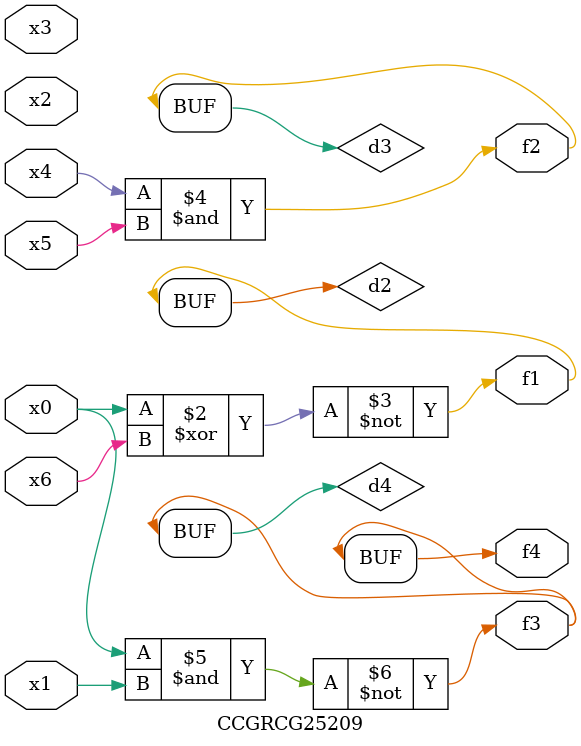
<source format=v>
module CCGRCG25209(
	input x0, x1, x2, x3, x4, x5, x6,
	output f1, f2, f3, f4
);

	wire d1, d2, d3, d4;

	nor (d1, x0);
	xnor (d2, x0, x6);
	and (d3, x4, x5);
	nand (d4, x0, x1);
	assign f1 = d2;
	assign f2 = d3;
	assign f3 = d4;
	assign f4 = d4;
endmodule

</source>
